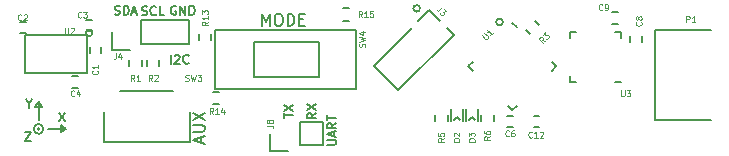
<source format=gbr>
G04 #@! TF.GenerationSoftware,KiCad,Pcbnew,(2016-12-18 revision 3ffa37c)-master*
G04 #@! TF.CreationDate,2017-04-07T22:16:59-07:00*
G04 #@! TF.ProjectId,Pensel,50656E73656C2E6B696361645F706362,rev?*
G04 #@! TF.FileFunction,Legend,Top*
G04 #@! TF.FilePolarity,Positive*
%FSLAX46Y46*%
G04 Gerber Fmt 4.6, Leading zero omitted, Abs format (unit mm)*
G04 Created by KiCad (PCBNEW (2016-12-18 revision 3ffa37c)-master) date Friday, April 07, 2017 'PMt' 10:16:59 PM*
%MOMM*%
%LPD*%
G01*
G04 APERTURE LIST*
%ADD10C,0.100000*%
%ADD11C,0.150000*%
%ADD12C,0.187500*%
%ADD13C,0.200000*%
%ADD14C,0.075000*%
G04 APERTURE END LIST*
D10*
D11*
X77739285Y-150946428D02*
X78346428Y-150946428D01*
X78417857Y-150910714D01*
X78453571Y-150875000D01*
X78489285Y-150803571D01*
X78489285Y-150660714D01*
X78453571Y-150589285D01*
X78417857Y-150553571D01*
X78346428Y-150517857D01*
X77739285Y-150517857D01*
X78275000Y-150196428D02*
X78275000Y-149839285D01*
X78489285Y-150267857D02*
X77739285Y-150017857D01*
X78489285Y-149767857D01*
X78489285Y-149089285D02*
X78132142Y-149339285D01*
X78489285Y-149517857D02*
X77739285Y-149517857D01*
X77739285Y-149232142D01*
X77775000Y-149160714D01*
X77810714Y-149125000D01*
X77882142Y-149089285D01*
X77989285Y-149089285D01*
X78060714Y-149125000D01*
X78096428Y-149160714D01*
X78132142Y-149232142D01*
X78132142Y-149517857D01*
X77739285Y-148875000D02*
X77739285Y-148446428D01*
X78489285Y-148660714D02*
X77739285Y-148660714D01*
X76789285Y-148225000D02*
X76432142Y-148475000D01*
X76789285Y-148653571D02*
X76039285Y-148653571D01*
X76039285Y-148367857D01*
X76075000Y-148296428D01*
X76110714Y-148260714D01*
X76182142Y-148225000D01*
X76289285Y-148225000D01*
X76360714Y-148260714D01*
X76396428Y-148296428D01*
X76432142Y-148367857D01*
X76432142Y-148653571D01*
X76039285Y-147975000D02*
X76789285Y-147475000D01*
X76039285Y-147475000D02*
X76789285Y-147975000D01*
X74089285Y-148671428D02*
X74089285Y-148242857D01*
X74839285Y-148457142D02*
X74089285Y-148457142D01*
X74089285Y-148064285D02*
X74839285Y-147564285D01*
X74089285Y-147564285D02*
X74839285Y-148064285D01*
D12*
X52150000Y-149889285D02*
X52650000Y-149889285D01*
X52150000Y-150639285D01*
X52650000Y-150639285D01*
D13*
X53400000Y-149600000D02*
G75*
G03X53400000Y-149600000I-100000J0D01*
G01*
X53712311Y-149600000D02*
G75*
G03X53712311Y-149600000I-412311J0D01*
G01*
X52500000Y-147480952D02*
X52500000Y-147861904D01*
X52233333Y-147061904D02*
X52500000Y-147480952D01*
X52766666Y-147061904D01*
X53300000Y-147300000D02*
X53100000Y-147600000D01*
X53300000Y-148800000D02*
X53300000Y-147300000D01*
X53600000Y-147700000D02*
X53300000Y-147300000D01*
X53000000Y-147700000D02*
X53600000Y-147700000D01*
X53300000Y-147300000D02*
X53000000Y-147700000D01*
X55038095Y-148952380D02*
X55561904Y-148285714D01*
X55038095Y-148285714D02*
X55561904Y-148952380D01*
X55600000Y-149600000D02*
X55300000Y-149400000D01*
X55200000Y-149900000D02*
X55600000Y-149600000D01*
X55200000Y-149300000D02*
X55200000Y-149900000D01*
X55600000Y-149600000D02*
X55200000Y-149300000D01*
X54100000Y-149600000D02*
X55600000Y-149600000D01*
X67066666Y-150738095D02*
X67066666Y-150261904D01*
X67352380Y-150833333D02*
X66352380Y-150500000D01*
X67352380Y-150166666D01*
X66352380Y-149833333D02*
X67161904Y-149833333D01*
X67257142Y-149785714D01*
X67304761Y-149738095D01*
X67352380Y-149642857D01*
X67352380Y-149452380D01*
X67304761Y-149357142D01*
X67257142Y-149309523D01*
X67161904Y-149261904D01*
X66352380Y-149261904D01*
X66352380Y-148880952D02*
X67352380Y-148214285D01*
X66352380Y-148214285D02*
X67352380Y-148880952D01*
X72190476Y-140852380D02*
X72190476Y-139852380D01*
X72523809Y-140566666D01*
X72857142Y-139852380D01*
X72857142Y-140852380D01*
X73523809Y-139852380D02*
X73714285Y-139852380D01*
X73809523Y-139900000D01*
X73904761Y-139995238D01*
X73952380Y-140185714D01*
X73952380Y-140519047D01*
X73904761Y-140709523D01*
X73809523Y-140804761D01*
X73714285Y-140852380D01*
X73523809Y-140852380D01*
X73428571Y-140804761D01*
X73333333Y-140709523D01*
X73285714Y-140519047D01*
X73285714Y-140185714D01*
X73333333Y-139995238D01*
X73428571Y-139900000D01*
X73523809Y-139852380D01*
X74380952Y-140852380D02*
X74380952Y-139852380D01*
X74619047Y-139852380D01*
X74761904Y-139900000D01*
X74857142Y-139995238D01*
X74904761Y-140090476D01*
X74952380Y-140280952D01*
X74952380Y-140423809D01*
X74904761Y-140614285D01*
X74857142Y-140709523D01*
X74761904Y-140804761D01*
X74619047Y-140852380D01*
X74380952Y-140852380D01*
X75380952Y-140328571D02*
X75714285Y-140328571D01*
X75857142Y-140852380D02*
X75380952Y-140852380D01*
X75380952Y-139852380D01*
X75857142Y-139852380D01*
D11*
X64928571Y-139225000D02*
X64857142Y-139189285D01*
X64750000Y-139189285D01*
X64642857Y-139225000D01*
X64571428Y-139296428D01*
X64535714Y-139367857D01*
X64500000Y-139510714D01*
X64500000Y-139617857D01*
X64535714Y-139760714D01*
X64571428Y-139832142D01*
X64642857Y-139903571D01*
X64750000Y-139939285D01*
X64821428Y-139939285D01*
X64928571Y-139903571D01*
X64964285Y-139867857D01*
X64964285Y-139617857D01*
X64821428Y-139617857D01*
X65285714Y-139939285D02*
X65285714Y-139189285D01*
X65714285Y-139939285D01*
X65714285Y-139189285D01*
X66071428Y-139939285D02*
X66071428Y-139189285D01*
X66250000Y-139189285D01*
X66357142Y-139225000D01*
X66428571Y-139296428D01*
X66464285Y-139367857D01*
X66500000Y-139510714D01*
X66500000Y-139617857D01*
X66464285Y-139760714D01*
X66428571Y-139832142D01*
X66357142Y-139903571D01*
X66250000Y-139939285D01*
X66071428Y-139939285D01*
X62057142Y-139928571D02*
X62164285Y-139964285D01*
X62342857Y-139964285D01*
X62414285Y-139928571D01*
X62450000Y-139892857D01*
X62485714Y-139821428D01*
X62485714Y-139750000D01*
X62450000Y-139678571D01*
X62414285Y-139642857D01*
X62342857Y-139607142D01*
X62200000Y-139571428D01*
X62128571Y-139535714D01*
X62092857Y-139500000D01*
X62057142Y-139428571D01*
X62057142Y-139357142D01*
X62092857Y-139285714D01*
X62128571Y-139250000D01*
X62200000Y-139214285D01*
X62378571Y-139214285D01*
X62485714Y-139250000D01*
X63235714Y-139892857D02*
X63200000Y-139928571D01*
X63092857Y-139964285D01*
X63021428Y-139964285D01*
X62914285Y-139928571D01*
X62842857Y-139857142D01*
X62807142Y-139785714D01*
X62771428Y-139642857D01*
X62771428Y-139535714D01*
X62807142Y-139392857D01*
X62842857Y-139321428D01*
X62914285Y-139250000D01*
X63021428Y-139214285D01*
X63092857Y-139214285D01*
X63200000Y-139250000D01*
X63235714Y-139285714D01*
X63914285Y-139964285D02*
X63557142Y-139964285D01*
X63557142Y-139214285D01*
X59739285Y-139903571D02*
X59846428Y-139939285D01*
X60025000Y-139939285D01*
X60096428Y-139903571D01*
X60132142Y-139867857D01*
X60167857Y-139796428D01*
X60167857Y-139725000D01*
X60132142Y-139653571D01*
X60096428Y-139617857D01*
X60025000Y-139582142D01*
X59882142Y-139546428D01*
X59810714Y-139510714D01*
X59775000Y-139475000D01*
X59739285Y-139403571D01*
X59739285Y-139332142D01*
X59775000Y-139260714D01*
X59810714Y-139225000D01*
X59882142Y-139189285D01*
X60060714Y-139189285D01*
X60167857Y-139225000D01*
X60489285Y-139939285D02*
X60489285Y-139189285D01*
X60667857Y-139189285D01*
X60775000Y-139225000D01*
X60846428Y-139296428D01*
X60882142Y-139367857D01*
X60917857Y-139510714D01*
X60917857Y-139617857D01*
X60882142Y-139760714D01*
X60846428Y-139832142D01*
X60775000Y-139903571D01*
X60667857Y-139939285D01*
X60489285Y-139939285D01*
X61203571Y-139725000D02*
X61560714Y-139725000D01*
X61132142Y-139939285D02*
X61382142Y-139189285D01*
X61632142Y-139939285D01*
X64492857Y-144064285D02*
X64492857Y-143314285D01*
X64814285Y-143385714D02*
X64850000Y-143350000D01*
X64921428Y-143314285D01*
X65100000Y-143314285D01*
X65171428Y-143350000D01*
X65207142Y-143385714D01*
X65242857Y-143457142D01*
X65242857Y-143528571D01*
X65207142Y-143635714D01*
X64778571Y-144064285D01*
X65242857Y-144064285D01*
X65992857Y-143992857D02*
X65957142Y-144028571D01*
X65850000Y-144064285D01*
X65778571Y-144064285D01*
X65671428Y-144028571D01*
X65600000Y-143957142D01*
X65564285Y-143885714D01*
X65528571Y-143742857D01*
X65528571Y-143635714D01*
X65564285Y-143492857D01*
X65600000Y-143421428D01*
X65671428Y-143350000D01*
X65778571Y-143314285D01*
X65850000Y-143314285D01*
X65957142Y-143350000D01*
X65992857Y-143385714D01*
D13*
X92607843Y-140550000D02*
G75*
G03X92607843Y-140550000I-282843J0D01*
G01*
X85582843Y-139400000D02*
G75*
G03X85582843Y-139400000I-282843J0D01*
G01*
D11*
X95666206Y-140823744D02*
X95312652Y-140470190D01*
X94570190Y-141212652D02*
X94923744Y-141566206D01*
X88446661Y-141623188D02*
X87880975Y-141057502D01*
X83744401Y-146325448D02*
X88446661Y-141623188D01*
X83744401Y-146325448D02*
X81658436Y-144239483D01*
X81658436Y-144239483D02*
X84875771Y-141022147D01*
X87315290Y-140491817D02*
X86360696Y-139537223D01*
X86360696Y-139537223D02*
X85441457Y-140456462D01*
X105500000Y-148800000D02*
X110200000Y-148800000D01*
X110200000Y-141200000D02*
X105500000Y-141200000D01*
X105500000Y-141200000D02*
X105500000Y-148800000D01*
X90775000Y-148450000D02*
X90775000Y-148950000D01*
X91825000Y-148950000D02*
X91825000Y-148450000D01*
X97112311Y-144300000D02*
X96741080Y-144671231D01*
X89687689Y-144300000D02*
X90058920Y-143928769D01*
X93400000Y-148012311D02*
X93771231Y-147641080D01*
X93400000Y-140587689D02*
X93771231Y-140958920D01*
X89687689Y-144300000D02*
X90058920Y-144671231D01*
X93400000Y-148012311D02*
X93028769Y-147641080D01*
X97112311Y-144300000D02*
X96741080Y-143928769D01*
X87925000Y-148950000D02*
X87925000Y-148450000D01*
X86875000Y-148450000D02*
X86875000Y-148950000D01*
X104361000Y-142236000D02*
X104361000Y-141736000D01*
X103411000Y-141736000D02*
X103411000Y-142236000D01*
X66097000Y-150720000D02*
X58800000Y-150720000D01*
X58800000Y-150720000D02*
X58800000Y-148150000D01*
X64700000Y-146420000D02*
X60200000Y-146420000D01*
X66097000Y-150720000D02*
X66097000Y-148150000D01*
X68200000Y-146200000D02*
X80200000Y-146200000D01*
X80200000Y-146200000D02*
X80200000Y-141200000D01*
X80200000Y-141200000D02*
X68200000Y-141200000D01*
X68200000Y-141200000D02*
X68200000Y-146200000D01*
X71500000Y-145200000D02*
X77000000Y-145200000D01*
X77000000Y-145200000D02*
X77000000Y-142200000D01*
X77000000Y-142200000D02*
X71500000Y-142200000D01*
X71500000Y-142200000D02*
X71500000Y-145200000D01*
X57650000Y-142700000D02*
X57650000Y-143200000D01*
X58600000Y-143200000D02*
X58600000Y-142700000D01*
X52250000Y-140525000D02*
X51750000Y-140525000D01*
X51750000Y-141475000D02*
X52250000Y-141475000D01*
X57325000Y-141325000D02*
X57825000Y-141325000D01*
X57825000Y-140375000D02*
X57325000Y-140375000D01*
X56100000Y-146100000D02*
X56600000Y-146100000D01*
X56600000Y-145150000D02*
X56100000Y-145150000D01*
X92950000Y-149475000D02*
X93450000Y-149475000D01*
X93450000Y-148525000D02*
X92950000Y-148525000D01*
X101858000Y-140683000D02*
X102358000Y-140683000D01*
X102358000Y-139733000D02*
X101858000Y-139733000D01*
X88700000Y-148600000D02*
X88450000Y-148800000D01*
X88950000Y-148800000D02*
X88700000Y-148600000D01*
X89225000Y-148950000D02*
X89225000Y-147900000D01*
X88175000Y-148950000D02*
X88175000Y-147900000D01*
X89475000Y-148950000D02*
X89475000Y-147900000D01*
X90525000Y-148950000D02*
X90525000Y-147900000D01*
X90250000Y-148800000D02*
X90000000Y-148600000D01*
X90000000Y-148600000D02*
X89750000Y-148800000D01*
X62000000Y-142400000D02*
X62000000Y-140400000D01*
X62000000Y-140400000D02*
X66000000Y-140400000D01*
X66000000Y-140400000D02*
X66000000Y-142400000D01*
X66000000Y-142400000D02*
X62000000Y-142400000D01*
X61000000Y-142900000D02*
X59500000Y-142900000D01*
X59500000Y-142900000D02*
X59500000Y-141400000D01*
X62025000Y-144250000D02*
X62025000Y-143750000D01*
X60975000Y-143750000D02*
X60975000Y-144250000D01*
X62475000Y-143750000D02*
X62475000Y-144250000D01*
X63525000Y-144250000D02*
X63525000Y-143750000D01*
X66875000Y-141600000D02*
X66875000Y-142100000D01*
X67925000Y-142100000D02*
X67925000Y-141600000D01*
X68050000Y-147525000D02*
X68550000Y-147525000D01*
X68550000Y-146475000D02*
X68050000Y-146475000D01*
X79550000Y-139375000D02*
X79050000Y-139375000D01*
X79050000Y-140425000D02*
X79550000Y-140425000D01*
X57857843Y-141450000D02*
G75*
G03X57857843Y-141450000I-282843J0D01*
G01*
X57375000Y-141650000D02*
X52175000Y-141650000D01*
X57375000Y-144850000D02*
X57375000Y-141650000D01*
X52175000Y-144850000D02*
X57375000Y-144850000D01*
X52175000Y-141650000D02*
X52175000Y-144850000D01*
X98290000Y-145650000D02*
X98290000Y-145125000D01*
X102590000Y-141350000D02*
X102590000Y-141875000D01*
X98290000Y-141350000D02*
X98290000Y-141875000D01*
X102590000Y-145650000D02*
X102065000Y-145650000D01*
X102590000Y-141350000D02*
X102065000Y-141350000D01*
X98290000Y-141350000D02*
X98815000Y-141350000D01*
X98290000Y-145650000D02*
X98815000Y-145650000D01*
X95700000Y-148525000D02*
X95200000Y-148525000D01*
X95200000Y-149475000D02*
X95700000Y-149475000D01*
X75400000Y-151000000D02*
X75400000Y-149000000D01*
X75400000Y-149000000D02*
X77400000Y-149000000D01*
X77400000Y-149000000D02*
X77400000Y-151000000D01*
X77400000Y-151000000D02*
X75400000Y-151000000D01*
X74400000Y-151500000D02*
X72900000Y-151500000D01*
X72900000Y-151500000D02*
X72900000Y-150000000D01*
D14*
X96201015Y-142118866D02*
X95914805Y-142068358D01*
X95998984Y-142320896D02*
X95645431Y-141967343D01*
X95780118Y-141832656D01*
X95830625Y-141815820D01*
X95864297Y-141815820D01*
X95914805Y-141832656D01*
X95965312Y-141883164D01*
X95982148Y-141933671D01*
X95982148Y-141967343D01*
X95965312Y-142017851D01*
X95830625Y-142152538D01*
X95965312Y-141647461D02*
X96184179Y-141428595D01*
X96201015Y-141681133D01*
X96251522Y-141630625D01*
X96302030Y-141613790D01*
X96335702Y-141613790D01*
X96386209Y-141630625D01*
X96470389Y-141714805D01*
X96487225Y-141765312D01*
X96487225Y-141798984D01*
X96470389Y-141849492D01*
X96369374Y-141950507D01*
X96318866Y-141967343D01*
X96285194Y-141967343D01*
X87475761Y-139288536D02*
X87223223Y-139541074D01*
X87155879Y-139574746D01*
X87088536Y-139574746D01*
X87021192Y-139541074D01*
X86987521Y-139507402D01*
X87610448Y-139423223D02*
X87829314Y-139642089D01*
X87576776Y-139658925D01*
X87627284Y-139709433D01*
X87644120Y-139759940D01*
X87644120Y-139793612D01*
X87627284Y-139844120D01*
X87543104Y-139928299D01*
X87492597Y-139945135D01*
X87458925Y-139945135D01*
X87408417Y-139928299D01*
X87307402Y-139827284D01*
X87290566Y-139776776D01*
X87290566Y-139743104D01*
X108130952Y-140551190D02*
X108130952Y-140051190D01*
X108321428Y-140051190D01*
X108369047Y-140075000D01*
X108392857Y-140098809D01*
X108416666Y-140146428D01*
X108416666Y-140217857D01*
X108392857Y-140265476D01*
X108369047Y-140289285D01*
X108321428Y-140313095D01*
X108130952Y-140313095D01*
X108892857Y-140551190D02*
X108607142Y-140551190D01*
X108750000Y-140551190D02*
X108750000Y-140051190D01*
X108702380Y-140122619D01*
X108654761Y-140170238D01*
X108607142Y-140194047D01*
X91526190Y-150233333D02*
X91288095Y-150400000D01*
X91526190Y-150519047D02*
X91026190Y-150519047D01*
X91026190Y-150328571D01*
X91050000Y-150280952D01*
X91073809Y-150257142D01*
X91121428Y-150233333D01*
X91192857Y-150233333D01*
X91240476Y-150257142D01*
X91264285Y-150280952D01*
X91288095Y-150328571D01*
X91288095Y-150519047D01*
X91026190Y-149804761D02*
X91026190Y-149900000D01*
X91050000Y-149947619D01*
X91073809Y-149971428D01*
X91145238Y-150019047D01*
X91240476Y-150042857D01*
X91430952Y-150042857D01*
X91478571Y-150019047D01*
X91502380Y-149995238D01*
X91526190Y-149947619D01*
X91526190Y-149852380D01*
X91502380Y-149804761D01*
X91478571Y-149780952D01*
X91430952Y-149757142D01*
X91311904Y-149757142D01*
X91264285Y-149780952D01*
X91240476Y-149804761D01*
X91216666Y-149852380D01*
X91216666Y-149947619D01*
X91240476Y-149995238D01*
X91264285Y-150019047D01*
X91311904Y-150042857D01*
X90837013Y-141675761D02*
X91123223Y-141961971D01*
X91173730Y-141978807D01*
X91207402Y-141978807D01*
X91257910Y-141961971D01*
X91325253Y-141894627D01*
X91342089Y-141844120D01*
X91342089Y-141810448D01*
X91325253Y-141759940D01*
X91039043Y-141473730D01*
X91746150Y-141473730D02*
X91544120Y-141675761D01*
X91645135Y-141574746D02*
X91291582Y-141221192D01*
X91308417Y-141305372D01*
X91308417Y-141372715D01*
X91291582Y-141423223D01*
X87626190Y-150383333D02*
X87388095Y-150550000D01*
X87626190Y-150669047D02*
X87126190Y-150669047D01*
X87126190Y-150478571D01*
X87150000Y-150430952D01*
X87173809Y-150407142D01*
X87221428Y-150383333D01*
X87292857Y-150383333D01*
X87340476Y-150407142D01*
X87364285Y-150430952D01*
X87388095Y-150478571D01*
X87388095Y-150669047D01*
X87126190Y-149930952D02*
X87126190Y-150169047D01*
X87364285Y-150192857D01*
X87340476Y-150169047D01*
X87316666Y-150121428D01*
X87316666Y-150002380D01*
X87340476Y-149954761D01*
X87364285Y-149930952D01*
X87411904Y-149907142D01*
X87530952Y-149907142D01*
X87578571Y-149930952D01*
X87602380Y-149954761D01*
X87626190Y-150002380D01*
X87626190Y-150121428D01*
X87602380Y-150169047D01*
X87578571Y-150192857D01*
X104318571Y-140545333D02*
X104342380Y-140569142D01*
X104366190Y-140640571D01*
X104366190Y-140688190D01*
X104342380Y-140759619D01*
X104294761Y-140807238D01*
X104247142Y-140831047D01*
X104151904Y-140854857D01*
X104080476Y-140854857D01*
X103985238Y-140831047D01*
X103937619Y-140807238D01*
X103890000Y-140759619D01*
X103866190Y-140688190D01*
X103866190Y-140640571D01*
X103890000Y-140569142D01*
X103913809Y-140545333D01*
X104080476Y-140259619D02*
X104056666Y-140307238D01*
X104032857Y-140331047D01*
X103985238Y-140354857D01*
X103961428Y-140354857D01*
X103913809Y-140331047D01*
X103890000Y-140307238D01*
X103866190Y-140259619D01*
X103866190Y-140164380D01*
X103890000Y-140116761D01*
X103913809Y-140092952D01*
X103961428Y-140069142D01*
X103985238Y-140069142D01*
X104032857Y-140092952D01*
X104056666Y-140116761D01*
X104080476Y-140164380D01*
X104080476Y-140259619D01*
X104104285Y-140307238D01*
X104128095Y-140331047D01*
X104175714Y-140354857D01*
X104270952Y-140354857D01*
X104318571Y-140331047D01*
X104342380Y-140307238D01*
X104366190Y-140259619D01*
X104366190Y-140164380D01*
X104342380Y-140116761D01*
X104318571Y-140092952D01*
X104270952Y-140069142D01*
X104175714Y-140069142D01*
X104128095Y-140092952D01*
X104104285Y-140116761D01*
X104080476Y-140164380D01*
X65733333Y-145502380D02*
X65804761Y-145526190D01*
X65923809Y-145526190D01*
X65971428Y-145502380D01*
X65995238Y-145478571D01*
X66019047Y-145430952D01*
X66019047Y-145383333D01*
X65995238Y-145335714D01*
X65971428Y-145311904D01*
X65923809Y-145288095D01*
X65828571Y-145264285D01*
X65780952Y-145240476D01*
X65757142Y-145216666D01*
X65733333Y-145169047D01*
X65733333Y-145121428D01*
X65757142Y-145073809D01*
X65780952Y-145050000D01*
X65828571Y-145026190D01*
X65947619Y-145026190D01*
X66019047Y-145050000D01*
X66185714Y-145026190D02*
X66304761Y-145526190D01*
X66400000Y-145169047D01*
X66495238Y-145526190D01*
X66614285Y-145026190D01*
X66757142Y-145026190D02*
X67066666Y-145026190D01*
X66900000Y-145216666D01*
X66971428Y-145216666D01*
X67019047Y-145240476D01*
X67042857Y-145264285D01*
X67066666Y-145311904D01*
X67066666Y-145430952D01*
X67042857Y-145478571D01*
X67019047Y-145502380D01*
X66971428Y-145526190D01*
X66828571Y-145526190D01*
X66780952Y-145502380D01*
X66757142Y-145478571D01*
X80902380Y-142666666D02*
X80926190Y-142595238D01*
X80926190Y-142476190D01*
X80902380Y-142428571D01*
X80878571Y-142404761D01*
X80830952Y-142380952D01*
X80783333Y-142380952D01*
X80735714Y-142404761D01*
X80711904Y-142428571D01*
X80688095Y-142476190D01*
X80664285Y-142571428D01*
X80640476Y-142619047D01*
X80616666Y-142642857D01*
X80569047Y-142666666D01*
X80521428Y-142666666D01*
X80473809Y-142642857D01*
X80450000Y-142619047D01*
X80426190Y-142571428D01*
X80426190Y-142452380D01*
X80450000Y-142380952D01*
X80426190Y-142214285D02*
X80926190Y-142095238D01*
X80569047Y-142000000D01*
X80926190Y-141904761D01*
X80426190Y-141785714D01*
X80592857Y-141380952D02*
X80926190Y-141380952D01*
X80402380Y-141500000D02*
X80759523Y-141619047D01*
X80759523Y-141309523D01*
X58278571Y-144653333D02*
X58302380Y-144677142D01*
X58326190Y-144748571D01*
X58326190Y-144796190D01*
X58302380Y-144867619D01*
X58254761Y-144915238D01*
X58207142Y-144939047D01*
X58111904Y-144962857D01*
X58040476Y-144962857D01*
X57945238Y-144939047D01*
X57897619Y-144915238D01*
X57850000Y-144867619D01*
X57826190Y-144796190D01*
X57826190Y-144748571D01*
X57850000Y-144677142D01*
X57873809Y-144653333D01*
X58326190Y-144177142D02*
X58326190Y-144462857D01*
X58326190Y-144320000D02*
X57826190Y-144320000D01*
X57897619Y-144367619D01*
X57945238Y-144415238D01*
X57969047Y-144462857D01*
X51846666Y-140348571D02*
X51822857Y-140372380D01*
X51751428Y-140396190D01*
X51703809Y-140396190D01*
X51632380Y-140372380D01*
X51584761Y-140324761D01*
X51560952Y-140277142D01*
X51537142Y-140181904D01*
X51537142Y-140110476D01*
X51560952Y-140015238D01*
X51584761Y-139967619D01*
X51632380Y-139920000D01*
X51703809Y-139896190D01*
X51751428Y-139896190D01*
X51822857Y-139920000D01*
X51846666Y-139943809D01*
X52037142Y-139943809D02*
X52060952Y-139920000D01*
X52108571Y-139896190D01*
X52227619Y-139896190D01*
X52275238Y-139920000D01*
X52299047Y-139943809D01*
X52322857Y-139991428D01*
X52322857Y-140039047D01*
X52299047Y-140110476D01*
X52013333Y-140396190D01*
X52322857Y-140396190D01*
X56916666Y-140128571D02*
X56892857Y-140152380D01*
X56821428Y-140176190D01*
X56773809Y-140176190D01*
X56702380Y-140152380D01*
X56654761Y-140104761D01*
X56630952Y-140057142D01*
X56607142Y-139961904D01*
X56607142Y-139890476D01*
X56630952Y-139795238D01*
X56654761Y-139747619D01*
X56702380Y-139700000D01*
X56773809Y-139676190D01*
X56821428Y-139676190D01*
X56892857Y-139700000D01*
X56916666Y-139723809D01*
X57083333Y-139676190D02*
X57392857Y-139676190D01*
X57226190Y-139866666D01*
X57297619Y-139866666D01*
X57345238Y-139890476D01*
X57369047Y-139914285D01*
X57392857Y-139961904D01*
X57392857Y-140080952D01*
X57369047Y-140128571D01*
X57345238Y-140152380D01*
X57297619Y-140176190D01*
X57154761Y-140176190D01*
X57107142Y-140152380D01*
X57083333Y-140128571D01*
X56316666Y-146778571D02*
X56292857Y-146802380D01*
X56221428Y-146826190D01*
X56173809Y-146826190D01*
X56102380Y-146802380D01*
X56054761Y-146754761D01*
X56030952Y-146707142D01*
X56007142Y-146611904D01*
X56007142Y-146540476D01*
X56030952Y-146445238D01*
X56054761Y-146397619D01*
X56102380Y-146350000D01*
X56173809Y-146326190D01*
X56221428Y-146326190D01*
X56292857Y-146350000D01*
X56316666Y-146373809D01*
X56745238Y-146492857D02*
X56745238Y-146826190D01*
X56626190Y-146302380D02*
X56507142Y-146659523D01*
X56816666Y-146659523D01*
X93116666Y-150178571D02*
X93092857Y-150202380D01*
X93021428Y-150226190D01*
X92973809Y-150226190D01*
X92902380Y-150202380D01*
X92854761Y-150154761D01*
X92830952Y-150107142D01*
X92807142Y-150011904D01*
X92807142Y-149940476D01*
X92830952Y-149845238D01*
X92854761Y-149797619D01*
X92902380Y-149750000D01*
X92973809Y-149726190D01*
X93021428Y-149726190D01*
X93092857Y-149750000D01*
X93116666Y-149773809D01*
X93545238Y-149726190D02*
X93450000Y-149726190D01*
X93402380Y-149750000D01*
X93378571Y-149773809D01*
X93330952Y-149845238D01*
X93307142Y-149940476D01*
X93307142Y-150130952D01*
X93330952Y-150178571D01*
X93354761Y-150202380D01*
X93402380Y-150226190D01*
X93497619Y-150226190D01*
X93545238Y-150202380D01*
X93569047Y-150178571D01*
X93592857Y-150130952D01*
X93592857Y-150011904D01*
X93569047Y-149964285D01*
X93545238Y-149940476D01*
X93497619Y-149916666D01*
X93402380Y-149916666D01*
X93354761Y-149940476D01*
X93330952Y-149964285D01*
X93307142Y-150011904D01*
X101024666Y-139486571D02*
X101000857Y-139510380D01*
X100929428Y-139534190D01*
X100881809Y-139534190D01*
X100810380Y-139510380D01*
X100762761Y-139462761D01*
X100738952Y-139415142D01*
X100715142Y-139319904D01*
X100715142Y-139248476D01*
X100738952Y-139153238D01*
X100762761Y-139105619D01*
X100810380Y-139058000D01*
X100881809Y-139034190D01*
X100929428Y-139034190D01*
X101000857Y-139058000D01*
X101024666Y-139081809D01*
X101262761Y-139534190D02*
X101358000Y-139534190D01*
X101405619Y-139510380D01*
X101429428Y-139486571D01*
X101477047Y-139415142D01*
X101500857Y-139319904D01*
X101500857Y-139129428D01*
X101477047Y-139081809D01*
X101453238Y-139058000D01*
X101405619Y-139034190D01*
X101310380Y-139034190D01*
X101262761Y-139058000D01*
X101238952Y-139081809D01*
X101215142Y-139129428D01*
X101215142Y-139248476D01*
X101238952Y-139296095D01*
X101262761Y-139319904D01*
X101310380Y-139343714D01*
X101405619Y-139343714D01*
X101453238Y-139319904D01*
X101477047Y-139296095D01*
X101500857Y-139248476D01*
X88926190Y-150669047D02*
X88426190Y-150669047D01*
X88426190Y-150550000D01*
X88450000Y-150478571D01*
X88497619Y-150430952D01*
X88545238Y-150407142D01*
X88640476Y-150383333D01*
X88711904Y-150383333D01*
X88807142Y-150407142D01*
X88854761Y-150430952D01*
X88902380Y-150478571D01*
X88926190Y-150550000D01*
X88926190Y-150669047D01*
X88473809Y-150192857D02*
X88450000Y-150169047D01*
X88426190Y-150121428D01*
X88426190Y-150002380D01*
X88450000Y-149954761D01*
X88473809Y-149930952D01*
X88521428Y-149907142D01*
X88569047Y-149907142D01*
X88640476Y-149930952D01*
X88926190Y-150216666D01*
X88926190Y-149907142D01*
X90226190Y-150669047D02*
X89726190Y-150669047D01*
X89726190Y-150550000D01*
X89750000Y-150478571D01*
X89797619Y-150430952D01*
X89845238Y-150407142D01*
X89940476Y-150383333D01*
X90011904Y-150383333D01*
X90107142Y-150407142D01*
X90154761Y-150430952D01*
X90202380Y-150478571D01*
X90226190Y-150550000D01*
X90226190Y-150669047D01*
X89726190Y-150216666D02*
X89726190Y-149907142D01*
X89916666Y-150073809D01*
X89916666Y-150002380D01*
X89940476Y-149954761D01*
X89964285Y-149930952D01*
X90011904Y-149907142D01*
X90130952Y-149907142D01*
X90178571Y-149930952D01*
X90202380Y-149954761D01*
X90226190Y-150002380D01*
X90226190Y-150145238D01*
X90202380Y-150192857D01*
X90178571Y-150216666D01*
X59833333Y-143176190D02*
X59833333Y-143533333D01*
X59809523Y-143604761D01*
X59761904Y-143652380D01*
X59690476Y-143676190D01*
X59642857Y-143676190D01*
X60285714Y-143342857D02*
X60285714Y-143676190D01*
X60166666Y-143152380D02*
X60047619Y-143509523D01*
X60357142Y-143509523D01*
X61416666Y-145526190D02*
X61250000Y-145288095D01*
X61130952Y-145526190D02*
X61130952Y-145026190D01*
X61321428Y-145026190D01*
X61369047Y-145050000D01*
X61392857Y-145073809D01*
X61416666Y-145121428D01*
X61416666Y-145192857D01*
X61392857Y-145240476D01*
X61369047Y-145264285D01*
X61321428Y-145288095D01*
X61130952Y-145288095D01*
X61892857Y-145526190D02*
X61607142Y-145526190D01*
X61750000Y-145526190D02*
X61750000Y-145026190D01*
X61702380Y-145097619D01*
X61654761Y-145145238D01*
X61607142Y-145169047D01*
X62916666Y-145526190D02*
X62750000Y-145288095D01*
X62630952Y-145526190D02*
X62630952Y-145026190D01*
X62821428Y-145026190D01*
X62869047Y-145050000D01*
X62892857Y-145073809D01*
X62916666Y-145121428D01*
X62916666Y-145192857D01*
X62892857Y-145240476D01*
X62869047Y-145264285D01*
X62821428Y-145288095D01*
X62630952Y-145288095D01*
X63107142Y-145073809D02*
X63130952Y-145050000D01*
X63178571Y-145026190D01*
X63297619Y-145026190D01*
X63345238Y-145050000D01*
X63369047Y-145073809D01*
X63392857Y-145121428D01*
X63392857Y-145169047D01*
X63369047Y-145240476D01*
X63083333Y-145526190D01*
X63392857Y-145526190D01*
X67626190Y-140521428D02*
X67388095Y-140688095D01*
X67626190Y-140807142D02*
X67126190Y-140807142D01*
X67126190Y-140616666D01*
X67150000Y-140569047D01*
X67173809Y-140545238D01*
X67221428Y-140521428D01*
X67292857Y-140521428D01*
X67340476Y-140545238D01*
X67364285Y-140569047D01*
X67388095Y-140616666D01*
X67388095Y-140807142D01*
X67626190Y-140045238D02*
X67626190Y-140330952D01*
X67626190Y-140188095D02*
X67126190Y-140188095D01*
X67197619Y-140235714D01*
X67245238Y-140283333D01*
X67269047Y-140330952D01*
X67126190Y-139878571D02*
X67126190Y-139569047D01*
X67316666Y-139735714D01*
X67316666Y-139664285D01*
X67340476Y-139616666D01*
X67364285Y-139592857D01*
X67411904Y-139569047D01*
X67530952Y-139569047D01*
X67578571Y-139592857D01*
X67602380Y-139616666D01*
X67626190Y-139664285D01*
X67626190Y-139807142D01*
X67602380Y-139854761D01*
X67578571Y-139878571D01*
X68078571Y-148326190D02*
X67911904Y-148088095D01*
X67792857Y-148326190D02*
X67792857Y-147826190D01*
X67983333Y-147826190D01*
X68030952Y-147850000D01*
X68054761Y-147873809D01*
X68078571Y-147921428D01*
X68078571Y-147992857D01*
X68054761Y-148040476D01*
X68030952Y-148064285D01*
X67983333Y-148088095D01*
X67792857Y-148088095D01*
X68554761Y-148326190D02*
X68269047Y-148326190D01*
X68411904Y-148326190D02*
X68411904Y-147826190D01*
X68364285Y-147897619D01*
X68316666Y-147945238D01*
X68269047Y-147969047D01*
X68983333Y-147992857D02*
X68983333Y-148326190D01*
X68864285Y-147802380D02*
X68745238Y-148159523D01*
X69054761Y-148159523D01*
X80678571Y-140126190D02*
X80511904Y-139888095D01*
X80392857Y-140126190D02*
X80392857Y-139626190D01*
X80583333Y-139626190D01*
X80630952Y-139650000D01*
X80654761Y-139673809D01*
X80678571Y-139721428D01*
X80678571Y-139792857D01*
X80654761Y-139840476D01*
X80630952Y-139864285D01*
X80583333Y-139888095D01*
X80392857Y-139888095D01*
X81154761Y-140126190D02*
X80869047Y-140126190D01*
X81011904Y-140126190D02*
X81011904Y-139626190D01*
X80964285Y-139697619D01*
X80916666Y-139745238D01*
X80869047Y-139769047D01*
X81607142Y-139626190D02*
X81369047Y-139626190D01*
X81345238Y-139864285D01*
X81369047Y-139840476D01*
X81416666Y-139816666D01*
X81535714Y-139816666D01*
X81583333Y-139840476D01*
X81607142Y-139864285D01*
X81630952Y-139911904D01*
X81630952Y-140030952D01*
X81607142Y-140078571D01*
X81583333Y-140102380D01*
X81535714Y-140126190D01*
X81416666Y-140126190D01*
X81369047Y-140102380D01*
X81345238Y-140078571D01*
X55519047Y-141026190D02*
X55519047Y-141430952D01*
X55542857Y-141478571D01*
X55566666Y-141502380D01*
X55614285Y-141526190D01*
X55709523Y-141526190D01*
X55757142Y-141502380D01*
X55780952Y-141478571D01*
X55804761Y-141430952D01*
X55804761Y-141026190D01*
X56019047Y-141073809D02*
X56042857Y-141050000D01*
X56090476Y-141026190D01*
X56209523Y-141026190D01*
X56257142Y-141050000D01*
X56280952Y-141073809D01*
X56304761Y-141121428D01*
X56304761Y-141169047D01*
X56280952Y-141240476D01*
X55995238Y-141526190D01*
X56304761Y-141526190D01*
X102619047Y-146326190D02*
X102619047Y-146730952D01*
X102642857Y-146778571D01*
X102666666Y-146802380D01*
X102714285Y-146826190D01*
X102809523Y-146826190D01*
X102857142Y-146802380D01*
X102880952Y-146778571D01*
X102904761Y-146730952D01*
X102904761Y-146326190D01*
X103095238Y-146326190D02*
X103404761Y-146326190D01*
X103238095Y-146516666D01*
X103309523Y-146516666D01*
X103357142Y-146540476D01*
X103380952Y-146564285D01*
X103404761Y-146611904D01*
X103404761Y-146730952D01*
X103380952Y-146778571D01*
X103357142Y-146802380D01*
X103309523Y-146826190D01*
X103166666Y-146826190D01*
X103119047Y-146802380D01*
X103095238Y-146778571D01*
X95078571Y-150278571D02*
X95054761Y-150302380D01*
X94983333Y-150326190D01*
X94935714Y-150326190D01*
X94864285Y-150302380D01*
X94816666Y-150254761D01*
X94792857Y-150207142D01*
X94769047Y-150111904D01*
X94769047Y-150040476D01*
X94792857Y-149945238D01*
X94816666Y-149897619D01*
X94864285Y-149850000D01*
X94935714Y-149826190D01*
X94983333Y-149826190D01*
X95054761Y-149850000D01*
X95078571Y-149873809D01*
X95554761Y-150326190D02*
X95269047Y-150326190D01*
X95411904Y-150326190D02*
X95411904Y-149826190D01*
X95364285Y-149897619D01*
X95316666Y-149945238D01*
X95269047Y-149969047D01*
X95745238Y-149873809D02*
X95769047Y-149850000D01*
X95816666Y-149826190D01*
X95935714Y-149826190D01*
X95983333Y-149850000D01*
X96007142Y-149873809D01*
X96030952Y-149921428D01*
X96030952Y-149969047D01*
X96007142Y-150040476D01*
X95721428Y-150326190D01*
X96030952Y-150326190D01*
X72626190Y-149316666D02*
X72983333Y-149316666D01*
X73054761Y-149340476D01*
X73102380Y-149388095D01*
X73126190Y-149459523D01*
X73126190Y-149507142D01*
X72840476Y-149007142D02*
X72816666Y-149054761D01*
X72792857Y-149078571D01*
X72745238Y-149102380D01*
X72721428Y-149102380D01*
X72673809Y-149078571D01*
X72650000Y-149054761D01*
X72626190Y-149007142D01*
X72626190Y-148911904D01*
X72650000Y-148864285D01*
X72673809Y-148840476D01*
X72721428Y-148816666D01*
X72745238Y-148816666D01*
X72792857Y-148840476D01*
X72816666Y-148864285D01*
X72840476Y-148911904D01*
X72840476Y-149007142D01*
X72864285Y-149054761D01*
X72888095Y-149078571D01*
X72935714Y-149102380D01*
X73030952Y-149102380D01*
X73078571Y-149078571D01*
X73102380Y-149054761D01*
X73126190Y-149007142D01*
X73126190Y-148911904D01*
X73102380Y-148864285D01*
X73078571Y-148840476D01*
X73030952Y-148816666D01*
X72935714Y-148816666D01*
X72888095Y-148840476D01*
X72864285Y-148864285D01*
X72840476Y-148911904D01*
M02*

</source>
